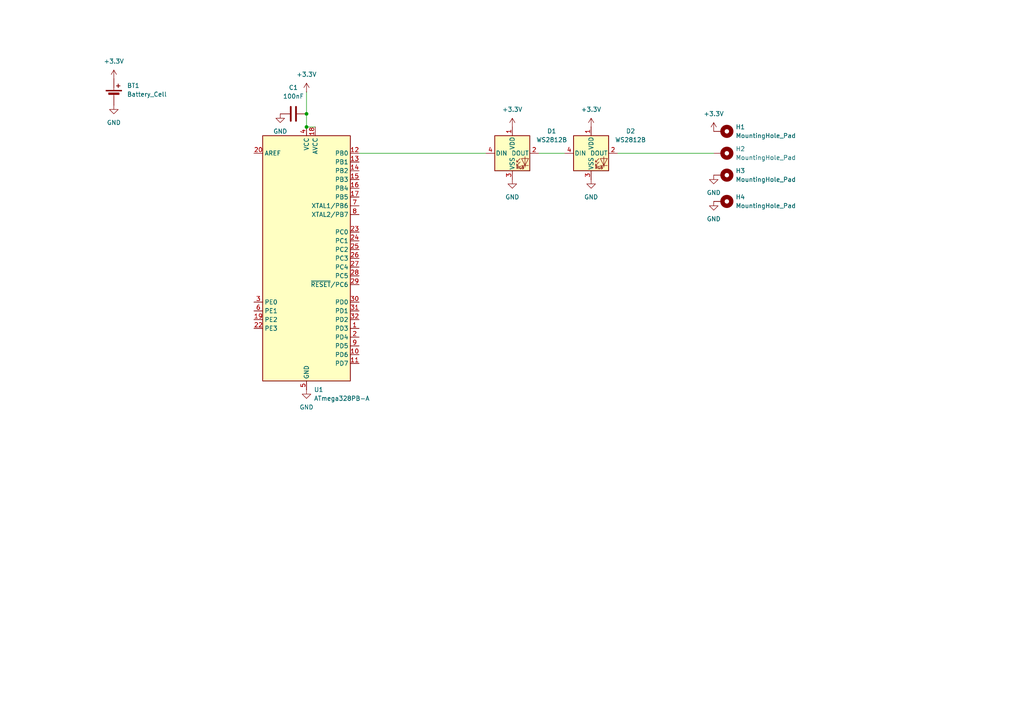
<source format=kicad_sch>
(kicad_sch (version 20250114) (generator "eeschema") (generator_version "9.0")
  (paper "A4")
  (lib_symbols
    (symbol "Device:Battery_Cell" (pin_numbers (hide yes)) (pin_names (offset 0) (hide yes))
      (property "Reference" "BT" (at 2.54 2.54 0))
      (property "Value" "Battery_Cell" (at 2.54 0 0))
      (symbol "Battery_Cell_0_1"
        (rectangle (start -2.286 1.778) (end 2.286 1.524) (fill (type outline)))
        (rectangle (start -1.524 1.016) (end 1.524 0.508) (fill (type outline)))
        (polyline (pts (xy 0 1.778) (xy 0 2.54)))
        (polyline (pts (xy 0 0.762) (xy 0 0)))
        (polyline (pts (xy 0.762 3.048) (xy 1.778 3.048)) (stroke (width 0.254)))
        (polyline (pts (xy 1.27 3.556) (xy 1.27 2.54)) (stroke (width 0.254)))
      )
      (symbol "Battery_Cell_1_1"
        (pin passive line (at 0 5.08 270) (length 2.54) (name "+") (number "1"))
        (pin passive line (at 0 -2.54 90) (length 2.54) (name "-") (number "2"))
      )
    )
    (symbol "Device:C" (pin_numbers (hide yes)) (pin_names (offset 0.254))
      (property "Reference" "C" (at 0.635 2.54 0))
      (property "Value" "C" (at 0.635 -2.54 0))
      (symbol "C_0_1"
        (polyline (pts (xy -2.032 0.762) (xy 2.032 0.762)) (stroke (width 0.508)))
        (polyline (pts (xy -2.032 -0.762) (xy 2.032 -0.762)) (stroke (width 0.508)))
      )
      (symbol "C_1_1"
        (pin passive line (at 0 3.81 270) (length 2.794) (name "~") (number "1"))
        (pin passive line (at 0 -3.81 90) (length 2.794) (name "~") (number "2"))
      )
    )
    (symbol "LED:WS2812B" (pin_names (offset 0.254))
      (property "Reference" "D" (at 5.08 5.715 0))
      (property "Value" "WS2812B" (at 1.27 -5.715 0))
      (symbol "WS2812B_0_0"
        (text "RGB" (at 2.286 -4.191 0) (effects (font (size 0.762 0.762))))
      )
      (symbol "WS2812B_0_1"
        (polyline (pts (xy 1.27 -2.54) (xy 1.778 -2.54)))
        (polyline (pts (xy 1.27 -3.556) (xy 1.778 -3.556)))
        (polyline (pts (xy 2.286 -1.524) (xy 1.27 -2.54) (xy 1.27 -2.032)))
        (polyline (pts (xy 2.286 -2.54) (xy 1.27 -3.556) (xy 1.27 -3.048)))
        (polyline (pts (xy 3.683 -1.016) (xy 3.683 -3.556) (xy 3.683 -4.064)))
        (polyline (pts (xy 4.699 -1.524) (xy 2.667 -1.524) (xy 3.683 -3.556) (xy 4.699 -1.524)))
        (polyline (pts (xy 4.699 -3.556) (xy 2.667 -3.556)))
        (rectangle (start 5.08 5.08) (end -5.08 -5.08) (stroke (width 0.254)) (fill (type background)))
      )
      (symbol "WS2812B_1_1"
        (pin input line (at -7.62 0 0) (length 2.54) (name "DIN") (number "4"))
        (pin power_in line (at 0 7.62 270) (length 2.54) (name "VDD") (number "1"))
        (pin power_in line (at 0 -7.62 90) (length 2.54) (name "VSS") (number "3"))
        (pin output line (at 7.62 0 180) (length 2.54) (name "DOUT") (number "2"))
      )
    )
    (symbol "MCU_Microchip_ATmega:ATmega328PB-A"
      (property "Reference" "U" (at -12.7 36.83 0))
      (property "Value" "ATmega328PB-A" (at 2.54 -36.83 0))
      (symbol "ATmega328PB-A_0_1"
        (rectangle (start -12.7 -35.56) (end 12.7 35.56) (stroke (width 0.254)) (fill (type background)))
      )
      (symbol "ATmega328PB-A_1_1"
        (pin passive line (at -15.24 30.48 0) (length 2.54) (name "AREF") (number "20"))
        (pin bidirectional line (at -15.24 -12.7 0) (length 2.54) (name "PE0") (number "3"))
        (pin bidirectional line (at -15.24 -15.24 0) (length 2.54) (name "PE1") (number "6"))
        (pin bidirectional line (at -15.24 -17.78 0) (length 2.54) (name "PE2") (number "19"))
        (pin bidirectional line (at -15.24 -20.32 0) (length 2.54) (name "PE3") (number "22"))
        (pin power_in line (at 0 38.1 270) (length 2.54) (name "VCC") (number "4"))
        (pin passive line (at 0 -38.1 90) (length 2.54) (hide yes) (name "GND") (number "21"))
        (pin power_in line (at 0 -38.1 90) (length 2.54) (name "GND") (number "5"))
        (pin power_in line (at 2.54 38.1 270) (length 2.54) (name "AVCC") (number "18"))
        (pin bidirectional line (at 15.24 30.48 180) (length 2.54) (name "PB0") (number "12"))
        (pin bidirectional line (at 15.24 27.94 180) (length 2.54) (name "PB1") (number "13"))
        (pin bidirectional line (at 15.24 25.4 180) (length 2.54) (name "PB2") (number "14"))
        (pin bidirectional line (at 15.24 22.86 180) (length 2.54) (name "PB3") (number "15"))
        (pin bidirectional line (at 15.24 20.32 180) (length 2.54) (name "PB4") (number "16"))
        (pin bidirectional line (at 15.24 17.78 180) (length 2.54) (name "PB5") (number "17"))
        (pin bidirectional line (at 15.24 15.24 180) (length 2.54) (name "XTAL1/PB6") (number "7"))
        (pin bidirectional line (at 15.24 12.7 180) (length 2.54) (name "XTAL2/PB7") (number "8"))
        (pin bidirectional line (at 15.24 7.62 180) (length 2.54) (name "PC0") (number "23"))
        (pin bidirectional line (at 15.24 5.08 180) (length 2.54) (name "PC1") (number "24"))
        (pin bidirectional line (at 15.24 2.54 180) (length 2.54) (name "PC2") (number "25"))
        (pin bidirectional line (at 15.24 0 180) (length 2.54) (name "PC3") (number "26"))
        (pin bidirectional line (at 15.24 -2.54 180) (length 2.54) (name "PC4") (number "27"))
        (pin bidirectional line (at 15.24 -5.08 180) (length 2.54) (name "PC5") (number "28"))
        (pin bidirectional line (at 15.24 -7.62 180) (length 2.54) (name "~{RESET}/PC6") (number "29"))
        (pin bidirectional line (at 15.24 -12.7 180) (length 2.54) (name "PD0") (number "30"))
        (pin bidirectional line (at 15.24 -15.24 180) (length 2.54) (name "PD1") (number "31"))
        (pin bidirectional line (at 15.24 -17.78 180) (length 2.54) (name "PD2") (number "32"))
        (pin bidirectional line (at 15.24 -20.32 180) (length 2.54) (name "PD3") (number "1"))
        (pin bidirectional line (at 15.24 -22.86 180) (length 2.54) (name "PD4") (number "2"))
        (pin bidirectional line (at 15.24 -25.4 180) (length 2.54) (name "PD5") (number "9"))
        (pin bidirectional line (at 15.24 -27.94 180) (length 2.54) (name "PD6") (number "10"))
        (pin bidirectional line (at 15.24 -30.48 180) (length 2.54) (name "PD7") (number "11"))
      )
    )
    (symbol "Mechanical:MountingHole_Pad" (pin_numbers (hide yes)) (pin_names (offset 1.016) (hide yes)) (in_bom no)
      (property "Reference" "H" (at 0 6.35 0))
      (property "Value" "MountingHole_Pad" (at 0 4.445 0))
      (symbol "MountingHole_Pad_0_1"
        (circle (center 0 1.27) (radius 1.27) (stroke (width 1.27)))
      )
      (symbol "MountingHole_Pad_1_1"
        (pin input line (at 0 -2.54 90) (length 2.54) (name "1") (number "1"))
      )
    )
    (symbol "power:+3.3V" (power) (pin_numbers (hide yes)) (pin_names (offset 0) (hide yes))
      (property "Value" "+3.3V" (at 0 3.556 0))
      (symbol "+3.3V_0_1"
        (polyline (pts (xy -0.762 1.27) (xy 0 2.54)))
        (polyline (pts (xy 0 2.54) (xy 0.762 1.27)))
        (polyline (pts (xy 0 0) (xy 0 2.54)))
      )
      (symbol "+3.3V_1_1"
        (pin power_in line (at 0 0 90) (length 0) (name "~") (number "1"))
      )
    )
    (symbol "power:GND" (power) (pin_numbers (hide yes)) (pin_names (offset 0) (hide yes))
      (property "Value" "GND" (at 0 -3.81 0))
      (symbol "GND_0_1"
        (polyline (pts (xy 0 0) (xy 0 -1.27) (xy 1.27 -1.27) (xy 0 -2.54) (xy -1.27 -1.27) (xy 0 -1.27)))
      )
      (symbol "GND_1_1"
        (pin power_in line (at 0 0 270) (length 0) (name "~") (number "1"))
      )
    )
  )
  (junction (at 88.9 36.83))
  (junction (at 88.9 33.02))
  (wire (pts (xy 88.9 33.02) (xy 88.9 36.83)))
  (wire (pts (xy 156.21 44.45) (xy 163.83 44.45)))
  (wire (pts (xy 104.14 44.45) (xy 140.97 44.45)))
  (wire (pts (xy 179.07 44.45) (xy 207.01 44.45)))
  (wire (pts (xy 88.9 26.67) (xy 88.9 33.02)))
  (wire (pts (xy 88.9 36.83) (xy 91.44 36.83)))
  (symbol (lib_id "LED:WS2812B") (at 148.59 44.45 0) (unit 1)
    (property "Reference" "D1" (at 160.02 38.0298 0))
    (property "Value" "WS2812B" (at 160.02 40.5698 0))
    (property "Footprint" "LED_SMD:LED_WS2812B_PLCC4_5.0x5.0mm_P3.2mm" (effects (hide yes)))
    (property "Datasheet" "https://cdn-shop.adafruit.com/datasheets/WS2812B.pdf" (effects (hide yes)))
    (property "Description" "RGB LED with integrated controller" (effects (hide yes)))
  )
  (symbol (lib_id "power:+3.3V") (at 207.01 38.1 0) (unit 1)
    (property "Reference" "#PWR04" (effects (hide yes)))
    (property "Value" "+3.3V" (at 207.01 33.02 0))
    (property "Description" "Power symbol creates a global label with name \"+3.3V\"" (effects (hide yes)))
  )
  (symbol (lib_id "Mechanical:MountingHole_Pad") (at 209.55 38.1 270) (unit 1) (in_bom no)
    (property "Reference" "H1" (at 213.36 36.8299 90) (effects (justify left)))
    (property "Value" "MountingHole_Pad" (at 213.36 39.3699 90) (effects (justify left)))
    (property "Footprint" "MountingHole:MountingHole_3.2mm_M3_Pad_Via" (effects (hide yes)))
    (property "Description" "Mounting Hole with connection" (effects (hide yes)))
  )
  (symbol (lib_id "Device:Battery_Cell") (at 33.02 27.94 0) (unit 1)
    (property "Reference" "BT1" (at 36.83 24.8284 0) (effects (justify left)))
    (property "Value" "Battery_Cell" (at 36.83 27.3684 0) (effects (justify left)))
    (property "Description" "Single-cell battery" (effects (hide yes)))
  )
  (symbol (lib_id "power:GND") (at 171.45 52.07 0) (unit 1)
    (property "Reference" "#PWR010" (effects (hide yes)))
    (property "Value" "GND" (at 171.45 57.15 0))
    (property "Description" "Power symbol creates a global label with name \"GND\" , ground" (effects (hide yes)))
  )
  (symbol (lib_id "Mechanical:MountingHole_Pad") (at 209.55 58.42 270) (unit 1) (in_bom no)
    (property "Reference" "H4" (at 213.36 57.1499 90) (effects (justify left)))
    (property "Value" "MountingHole_Pad" (at 213.36 59.6899 90) (effects (justify left)))
    (property "Footprint" "MountingHole:MountingHole_3.2mm_M3_Pad_Via" (effects (hide yes)))
    (property "Description" "Mounting Hole with connection" (effects (hide yes)))
  )
  (symbol (lib_id "power:+3.3V") (at 171.45 36.83 0) (unit 1)
    (property "Reference" "#PWR03" (effects (hide yes)))
    (property "Value" "+3.3V" (at 171.45 31.75 0))
    (property "Description" "Power symbol creates a global label with name \"+3.3V\"" (effects (hide yes)))
  )
  (symbol (lib_id "power:GND") (at 88.9 113.03 0) (unit 1)
    (property "Reference" "#PWR014" (effects (hide yes)))
    (property "Value" "GND" (at 88.9 118.11 0))
    (property "Description" "Power symbol creates a global label with name \"GND\" , ground" (effects (hide yes)))
  )
  (symbol (lib_id "power:+3.3V") (at 88.9 26.67 0) (unit 1)
    (property "Reference" "#PWR07" (effects (hide yes)))
    (property "Value" "+3.3V" (at 88.9 21.59 0))
    (property "Description" "Power symbol creates a global label with name \"+3.3V\"" (effects (hide yes)))
  )
  (symbol (lib_id "Mechanical:MountingHole_Pad") (at 209.55 50.8 270) (unit 1) (in_bom no)
    (property "Reference" "H3" (at 213.36 49.5299 90) (effects (justify left)))
    (property "Value" "MountingHole_Pad" (at 213.36 52.0699 90) (effects (justify left)))
    (property "Footprint" "MountingHole:MountingHole_3.2mm_M3_Pad_Via" (effects (hide yes)))
    (property "Description" "Mounting Hole with connection" (effects (hide yes)))
  )
  (symbol (lib_id "power:GND") (at 81.28 33.02 0) (unit 1)
    (property "Reference" "#PWR017" (effects (hide yes)))
    (property "Value" "GND" (at 81.28 38.1 0))
    (property "Description" "Power symbol creates a global label with name \"GND\" , ground" (effects (hide yes)))
  )
  (symbol (lib_id "power:GND") (at 207.01 50.8 0) (unit 1)
    (property "Reference" "#PWR05" (effects (hide yes)))
    (property "Value" "GND" (at 207.01 55.88 0))
    (property "Description" "Power symbol creates a global label with name \"GND\" , ground" (effects (hide yes)))
  )
  (symbol (lib_id "power:+3.3V") (at 33.02 22.86 0) (unit 1)
    (property "Reference" "#PWR015" (effects (hide yes)))
    (property "Value" "+3.3V" (at 33.02 17.78 0))
    (property "Description" "Power symbol creates a global label with name \"+3.3V\"" (effects (hide yes)))
  )
  (symbol (lib_id "power:GND") (at 148.59 52.07 0) (unit 1)
    (property "Reference" "#PWR08" (effects (hide yes)))
    (property "Value" "GND" (at 148.59 57.15 0))
    (property "Description" "Power symbol creates a global label with name \"GND\" , ground" (effects (hide yes)))
  )
  (symbol (lib_id "LED:WS2812B") (at 171.45 44.45 0) (unit 1)
    (property "Reference" "D2" (at 182.88 38.0298 0))
    (property "Value" "WS2812B" (at 182.88 40.5698 0))
    (property "Footprint" "LED_SMD:LED_WS2812B_PLCC4_5.0x5.0mm_P3.2mm" (effects (hide yes)))
    (property "Datasheet" "https://cdn-shop.adafruit.com/datasheets/WS2812B.pdf" (effects (hide yes)))
    (property "Description" "RGB LED with integrated controller" (effects (hide yes)))
  )
  (symbol (lib_id "MCU_Microchip_ATmega:ATmega328PB-A") (at 88.9 74.93 0) (unit 1)
    (property "Reference" "U1" (at 91.0433 113.03 0) (effects (justify left)))
    (property "Value" "ATmega328PB-A" (at 91.0433 115.57 0) (effects (justify left)))
    (property "Footprint" "Package_QFP:TQFP-32_7x7mm_P0.8mm" (effects (hide yes)))
    (property "Datasheet" "http://ww1.microchip.com/downloads/en/DeviceDoc/40001906C.pdf" (effects (hide yes)))
    (property "Description" "20MHz, 32kB Flash, 2kB SRAM, 1kB EEPROM, TQFP-32" (effects (hide yes)))
  )
  (symbol (lib_id "Mechanical:MountingHole_Pad") (at 209.55 44.45 270) (unit 1) (in_bom no)
    (property "Reference" "H2" (at 213.36 43.1799 90) (effects (justify left)))
    (property "Value" "MountingHole_Pad" (at 213.36 45.7199 90) (effects (justify left)))
    (property "Footprint" "MountingHole:MountingHole_3.2mm_M3_Pad_Via" (effects (hide yes)))
    (property "Description" "Mounting Hole with connection" (effects (hide yes)))
  )
  (symbol (lib_id "power:GND") (at 33.02 30.48 0) (unit 1)
    (property "Reference" "#PWR016" (effects (hide yes)))
    (property "Value" "GND" (at 33.02 35.56 0))
    (property "Description" "Power symbol creates a global label with name \"GND\" , ground" (effects (hide yes)))
  )
  (symbol (lib_id "power:+3.3V") (at 148.59 36.83 0) (unit 1)
    (property "Reference" "#PWR01" (effects (hide yes)))
    (property "Value" "+3.3V" (at 148.59 31.75 0))
    (property "Description" "Power symbol creates a global label with name \"+3.3V\"" (effects (hide yes)))
  )
  (symbol (lib_id "Device:C") (at 85.09 33.02 90) (unit 1)
    (property "Reference" "C1" (at 85.09 25.4 90))
    (property "Value" "100nF" (at 85.09 27.94 90))
    (property "Footprint" "Capacitor_SMD:C_0603_1608Metric_Pad1.08x0.95mm_HandSolder" (effects (hide yes)))
    (property "Description" "Unpolarized capacitor" (effects (hide yes)))
  )
  (symbol (lib_id "power:GND") (at 207.01 58.42 0) (unit 1)
    (property "Reference" "#PWR06" (effects (hide yes)))
    (property "Value" "GND" (at 207.01 63.5 0))
    (property "Description" "Power symbol creates a global label with name \"GND\" , ground" (effects (hide yes)))
  )
)
</source>
